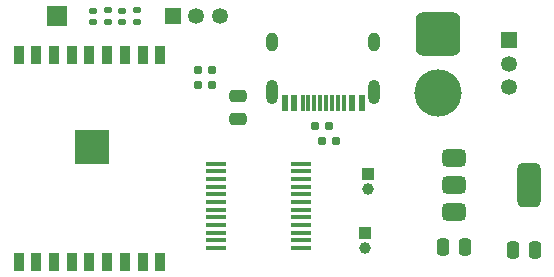
<source format=gbr>
%TF.GenerationSoftware,KiCad,Pcbnew,9.0.3*%
%TF.CreationDate,2025-08-07T15:13:13-05:00*%
%TF.ProjectId,Battle_Bot_Mind,42617474-6c65-45f4-926f-745f4d696e64,rev?*%
%TF.SameCoordinates,Original*%
%TF.FileFunction,Soldermask,Top*%
%TF.FilePolarity,Negative*%
%FSLAX46Y46*%
G04 Gerber Fmt 4.6, Leading zero omitted, Abs format (unit mm)*
G04 Created by KiCad (PCBNEW 9.0.3) date 2025-08-07 15:13:13*
%MOMM*%
%LPD*%
G01*
G04 APERTURE LIST*
G04 Aperture macros list*
%AMRoundRect*
0 Rectangle with rounded corners*
0 $1 Rounding radius*
0 $2 $3 $4 $5 $6 $7 $8 $9 X,Y pos of 4 corners*
0 Add a 4 corners polygon primitive as box body*
4,1,4,$2,$3,$4,$5,$6,$7,$8,$9,$2,$3,0*
0 Add four circle primitives for the rounded corners*
1,1,$1+$1,$2,$3*
1,1,$1+$1,$4,$5*
1,1,$1+$1,$6,$7*
1,1,$1+$1,$8,$9*
0 Add four rect primitives between the rounded corners*
20,1,$1+$1,$2,$3,$4,$5,0*
20,1,$1+$1,$4,$5,$6,$7,0*
20,1,$1+$1,$6,$7,$8,$9,0*
20,1,$1+$1,$8,$9,$2,$3,0*%
G04 Aperture macros list end*
%ADD10RoundRect,0.760000X-1.140000X1.140000X-1.140000X-1.140000X1.140000X-1.140000X1.140000X1.140000X0*%
%ADD11C,4.000000*%
%ADD12R,0.900000X1.500000*%
%ADD13C,0.600000*%
%ADD14R,2.900000X2.900000*%
%ADD15R,1.700000X1.700000*%
%ADD16RoundRect,0.135000X0.185000X-0.135000X0.185000X0.135000X-0.185000X0.135000X-0.185000X-0.135000X0*%
%ADD17RoundRect,0.160000X0.197500X0.160000X-0.197500X0.160000X-0.197500X-0.160000X0.197500X-0.160000X0*%
%ADD18R,1.350000X1.350000*%
%ADD19C,1.350000*%
%ADD20RoundRect,0.160000X-0.197500X-0.160000X0.197500X-0.160000X0.197500X0.160000X-0.197500X0.160000X0*%
%ADD21R,1.000000X1.000000*%
%ADD22C,1.000000*%
%ADD23R,0.600000X1.450000*%
%ADD24R,0.300000X1.450000*%
%ADD25O,1.000000X2.100000*%
%ADD26O,1.000000X1.600000*%
%ADD27RoundRect,0.147500X0.172500X-0.147500X0.172500X0.147500X-0.172500X0.147500X-0.172500X-0.147500X0*%
%ADD28RoundRect,0.250000X-0.475000X0.250000X-0.475000X-0.250000X0.475000X-0.250000X0.475000X0.250000X0*%
%ADD29R,1.750000X0.450000*%
%ADD30RoundRect,0.375000X-0.625000X-0.375000X0.625000X-0.375000X0.625000X0.375000X-0.625000X0.375000X0*%
%ADD31RoundRect,0.500000X-0.500000X-1.400000X0.500000X-1.400000X0.500000X1.400000X-0.500000X1.400000X0*%
%ADD32RoundRect,0.250000X-0.250000X-0.475000X0.250000X-0.475000X0.250000X0.475000X-0.250000X0.475000X0*%
%ADD33RoundRect,0.250000X0.250000X0.475000X-0.250000X0.475000X-0.250000X-0.475000X0.250000X-0.475000X0*%
G04 APERTURE END LIST*
D10*
%TO.C,J2*%
X142750000Y-73750000D03*
D11*
X142750000Y-78750000D03*
%TD*%
D12*
%TO.C,U1*%
X107200000Y-93000000D03*
X108700000Y-93000000D03*
X110200000Y-93000000D03*
X111700000Y-93000000D03*
X113200000Y-93000000D03*
X114700000Y-93000000D03*
X116200000Y-93000000D03*
X117700000Y-93000000D03*
X119200000Y-93000000D03*
X119200000Y-75500000D03*
X117700000Y-75500000D03*
X116200000Y-75500000D03*
X114700000Y-75500000D03*
X113200000Y-75500000D03*
X111700000Y-75500000D03*
X110200000Y-75500000D03*
X108700000Y-75500000D03*
X107200000Y-75500000D03*
D13*
X112850000Y-84390000D03*
X113950000Y-84390000D03*
X112300000Y-83840000D03*
X113400000Y-83840000D03*
X114500000Y-83840000D03*
X112850000Y-83290000D03*
D14*
X113400000Y-83290000D03*
D13*
X113950000Y-83290000D03*
X112300000Y-82740000D03*
X113400000Y-82740000D03*
X114500000Y-82740000D03*
X112850000Y-82190000D03*
X113950000Y-82190000D03*
%TD*%
D15*
%TO.C,J4*%
X110500000Y-72250000D03*
%TD*%
D16*
%TO.C,R4*%
X114750000Y-72720000D03*
X114750000Y-71700000D03*
%TD*%
D17*
%TO.C,R6*%
X123597500Y-76788000D03*
X122402500Y-76788000D03*
%TD*%
D18*
%TO.C,DBG1*%
X120250000Y-72250000D03*
D19*
X122250000Y-72250000D03*
X124250000Y-72250000D03*
%TD*%
D17*
%TO.C,R5*%
X123597500Y-78038000D03*
X122402500Y-78038000D03*
%TD*%
D20*
%TO.C,R1*%
X132902500Y-82810000D03*
X134097500Y-82810000D03*
%TD*%
D21*
%TO.C,M2*%
X136500000Y-90550000D03*
D22*
X136500000Y-91820000D03*
%TD*%
D23*
%TO.C,J1*%
X136250000Y-79545000D03*
X135450000Y-79545000D03*
D24*
X134250000Y-79545000D03*
X133250000Y-79545000D03*
X132750000Y-79545000D03*
X131750000Y-79545000D03*
D23*
X130550000Y-79545000D03*
X129750000Y-79545000D03*
X129750000Y-79545000D03*
X130550000Y-79545000D03*
D24*
X131250000Y-79545000D03*
X132250000Y-79545000D03*
X133750000Y-79545000D03*
X134750000Y-79545000D03*
D23*
X135450000Y-79545000D03*
X136250000Y-79545000D03*
D25*
X137320000Y-78630000D03*
D26*
X137320000Y-74450000D03*
D25*
X128680000Y-78630000D03*
D26*
X128680000Y-74450000D03*
%TD*%
D21*
%TO.C,M1*%
X136800000Y-85625000D03*
D22*
X136800000Y-86895000D03*
%TD*%
D27*
%TO.C,D1*%
X116000000Y-72720000D03*
X116000000Y-71750000D03*
%TD*%
D28*
%TO.C,C1*%
X125750000Y-79000000D03*
X125750000Y-80900000D03*
%TD*%
D29*
%TO.C,U2*%
X131100000Y-91850000D03*
X131100000Y-91200000D03*
X131100000Y-90550000D03*
X131100000Y-89900000D03*
X131100000Y-89250000D03*
X131100000Y-88600000D03*
X131100000Y-87950000D03*
X131100000Y-87300000D03*
X131100000Y-86650000D03*
X131100000Y-86000000D03*
X131100000Y-85350000D03*
X131100000Y-84700000D03*
X123900000Y-84700000D03*
X123900000Y-85350000D03*
X123900000Y-86000000D03*
X123900000Y-86650000D03*
X123900000Y-87300000D03*
X123900000Y-87950000D03*
X123900000Y-88600000D03*
X123900000Y-89250000D03*
X123900000Y-89900000D03*
X123900000Y-90550000D03*
X123900000Y-91200000D03*
X123900000Y-91850000D03*
%TD*%
D16*
%TO.C,R3*%
X117250000Y-72720000D03*
X117250000Y-71700000D03*
%TD*%
D27*
%TO.C,D2*%
X113500000Y-72720000D03*
X113500000Y-71750000D03*
%TD*%
D30*
%TO.C,U4*%
X144100000Y-84200000D03*
X144100000Y-86500000D03*
D31*
X150400000Y-86500000D03*
D30*
X144100000Y-88800000D03*
%TD*%
D32*
%TO.C,C6*%
X143100000Y-91750000D03*
X145000000Y-91750000D03*
%TD*%
D33*
%TO.C,C5*%
X150950000Y-92000000D03*
X149050000Y-92000000D03*
%TD*%
D17*
%TO.C,R2*%
X133500000Y-81500000D03*
X132305000Y-81500000D03*
%TD*%
D18*
%TO.C,J3*%
X148750000Y-74250000D03*
D19*
X148750000Y-76250000D03*
X148750000Y-78250000D03*
%TD*%
M02*

</source>
